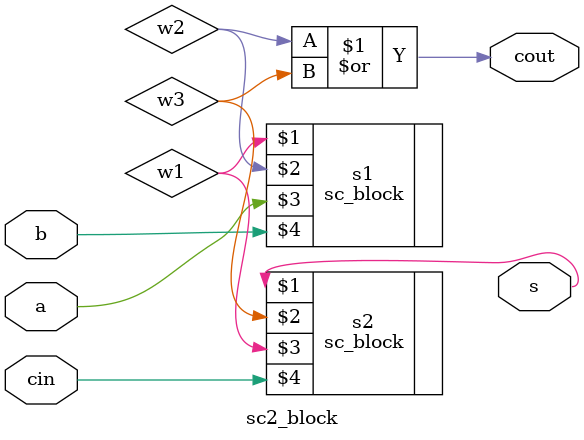
<source format=v>

module sc2_block(s, cout, a, b, cin);
output s, cout;
input a,b,cin;
wire w1,w2,w3;

sc_block s1(w1,w2,a,b);
sc_block s2(s,w3,w1,cin);
or o2(cout,w2,w3);

endmodule // sc2_block

</source>
